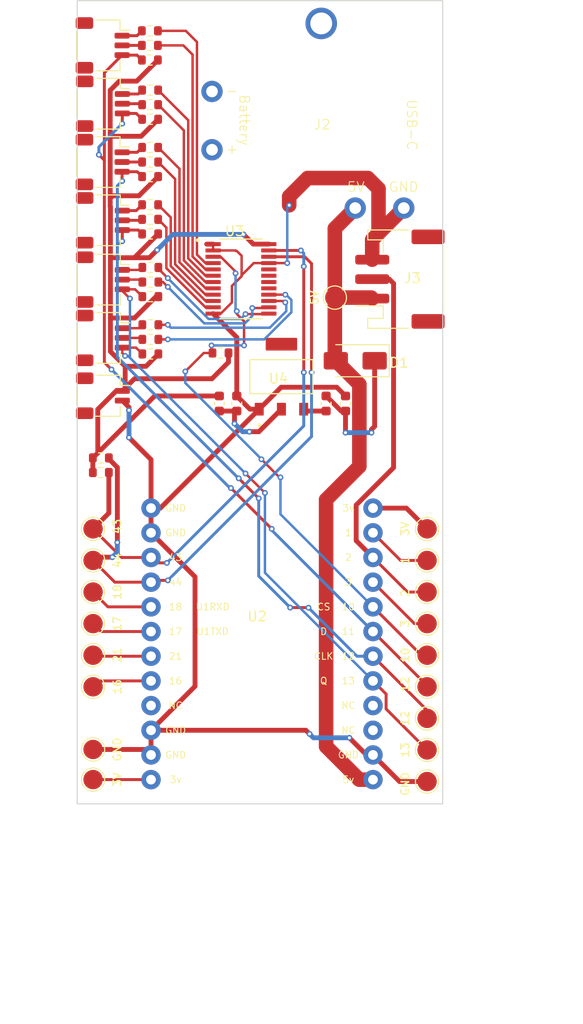
<source format=kicad_pcb>
(kicad_pcb (version 20240108) (generator "pcbnew") (generator_version "8.0")
  (layers (0 "F.Cu" signal) (31 "B.Cu" signal) (34 "B.Paste" user) (35 "F.Paste" user) (36 "B.SilkS" user "B.Silkscreen") (37 "F.SilkS" user "F.Silkscreen") (38 "B.Mask" user) (39 "F.Mask" user) (44 "Edge.Cuts" user))
  (net 0 "")
  (net 1 "Net-(U4-VIN)")
  (net 2 "Net-(D1-K)")
  (net 3 "Net-(U4-VOUT)")
  (net 4 "/+3.3V")
  (net 5 "/GND")
  (net 6 "/+5V")
  (net 7 "Net-(J4-Pin_1)")
  (net 8 "Net-(J4-Pin_2)")
  (net 9 "Net-(J4-Pin_3)")
  (net 10 "Net-(J5-Pin_1)")
  (net 11 "Net-(J5-Pin_2)")
  (net 12 "Net-(J6-Pin_2)")
  (net 13 "Net-(J6-Pin_3)")
  (net 14 "Net-(J6-Pin_1)")
  (net 15 "Net-(J7-Pin_1)")
  (net 16 "Net-(J7-Pin_2)")
  (net 17 "Net-(J8-Pin_3)")
  (net 18 "Net-(J8-Pin_1)")
  (net 19 "Net-(J8-Pin_2)")
  (net 20 "Net-(J9-Pin_2)")
  (net 21 "Net-(J9-Pin_1)")
  (net 22 "/SDA")
  (net 23 "/SCL")
  (net 24 "Net-(U2-10)")
  (net 25 "Net-(U3-SD0)")
  (net 26 "Net-(U3-SC0)")
  (net 27 "Net-(U3-SD1)")
  (net 28 "Net-(U3-SC1)")
  (net 29 "Net-(U3-SD2)")
  (net 30 "Net-(U3-SC2)")
  (net 31 "Net-(U3-SD3)")
  (net 32 "Net-(U3-SC3)")
  (net 33 "Net-(U3-SD4)")
  (net 34 "Net-(U3-SC4)")
  (net 35 "Net-(U3-SD5)")
  (net 36 "Net-(U3-SC5)")
  (net 37 "Net-(U2-1)")
  (net 38 "Net-(U2-3)")
  (net 39 "Net-(U2-18)")
  (net 40 "Net-(U2-17)")
  (net 41 "Net-(U2-21)")
  (net 42 "Net-(U2-16)")
  (net 50 "Net-(3V1-Pad1)")
  (net 51 "Net-(3V2-Pad1)")
  (net 52 "Net-(J3-Pin_2)")
  (footprint "Connector_JST:JST_SH_SM02B-SRSS-TB_1x02-1MP_P1.00mm_Horizontal" (layer "F.Cu") (at 138.3125 100.2 -90)
    (property "Reference" "J10" (hide yes))
    (property "Value" "Conn_01x02")
  )
  (footprint "TestPoint:TestPoint_Pad_D2.0mm" (layer "F.Cu") (at 137.3 117.15)
    (property "Reference" "44")
    (property "Value" "TestPoint")
  )
  (footprint "Resistor_SMD:R_0603_1608Metric" (layer "F.Cu") (at 143.175 82.05)
    (property "Reference" "R17" (hide yes))
    (property "Value" "100Ω")
  )
  (footprint "Resistor_SMD:R_0603_1608Metric" (layer "F.Cu") (at 143.15 64.15)
    (property "Reference" "R11" (hide yes))
    (property "Value" "100Ω")
  )
  (footprint "Resistor_SMD:R_0603_1608Metric" (layer "F.Cu") (at 143.175 76.15)
    (property "Reference" "R15" (hide yes))
    (property "Value" "100Ω")
  )
  (footprint "Capacitor_SMD:C_0603_1608Metric" (layer "F.Cu") (at 150.3 101 90)
    (property "Reference" "C2" (hide yes))
    (property "Value" "22µF")
  )
  (footprint "Connector_JST:JST_SH_SM03B-SRSS-TB_1x03-1MP_P1.00mm_Horizontal" (layer "F.Cu") (at 138.2875 64.15 -90)
    (property "Reference" "J4" (hide yes))
    (property "Value" "Conn_01x03")
  )
  (footprint "Resistor_SMD:R_0603_1608Metric" (layer "F.Cu") (at 138.1 106.6 180)
    (property "Reference" "R2" (hide yes))
    (property "Value" "4.7kΩ")
  )
  (footprint "TestPoint:TestPoint_Pad_D2.0mm" (layer "F.Cu") (at 137.3 139.7)
    (property "Reference" "3V")
    (property "Value" "TestPoint")
  )
  (footprint "Resistor_SMD:R_0603_1608Metric" (layer "F.Cu") (at 143.2 88.5)
    (property "Reference" "R19" (hide yes))
    (property "Value" "100Ω")
  )
  (footprint "Resistor_SMD:R_0603_1608Metric" (layer "F.Cu") (at 143.15 65.65 180)
    (property "Reference" "R3" (hide yes))
    (property "Value" "10kΩ")
  )
  (footprint "Resistor_SMD:R_0603_1608Metric" (layer "F.Cu") (at 143.175 68.75)
    (property "Reference" "R12" (hide yes))
    (property "Value" "100Ω")
  )
  (footprint "TestPoint:TestPoint_Pad_D2.0mm" (layer "F.Cu") (at 171.7 120.4)
    (property "Reference" "2")
    (property "Value" "TestPoint")
  )
  (footprint "TestPoint:TestPoint_Pad_D2.0mm" (layer "F.Cu") (at 137.3 123.65)
    (property "Reference" "17")
    (property "Value" "TestPoint")
  )
  (footprint "Resistor_SMD:R_0603_1608Metric" (layer "F.Cu") (at 143.175 80.55)
    (property "Reference" "R16" (hide yes))
    (property "Value" "100Ω")
  )
  (footprint "Capacitor_SMD:C_0603_1608Metric" (layer "F.Cu") (at 161.3 101 -90)
    (property "Reference" "C1" (hide yes))
    (property "Value" "10µF")
  )
  (footprint "TestPoint:TestPoint_Pad_D2.0mm" (layer "F.Cu") (at 171.7 133.4)
    (property "Reference" "12")
    (property "Value" "TestPoint")
  )
  (footprint "Resistor_SMD:R_0603_1608Metric" (layer "F.Cu") (at 143.175 83.55 180)
    (property "Reference" "R7" (hide yes))
    (property "Value" "10kΩ")
  )
  (footprint "Library:T-Display-S3" (layer "F.Cu") (at 166.130932 144.785)
    (property "Reference" "U2")
    (property "Value" "T-Display-S3")
  )
  (footprint "Connector_JST:JST_SH_SM03B-SRSS-TB_1x03-1MP_P1.00mm_Horizontal" (layer "F.Cu") (at 138.2875 76.15 -90)
    (property "Reference" "J6" (hide yes))
    (property "Value" "Conn_01x03")
  )
  (footprint "Resistor_SMD:R_0603_1608Metric" (layer "F.Cu") (at 143.2 94.4)
    (property "Reference" "R21" (hide yes))
    (property "Value" "100Ω")
  )
  (footprint "Resistor_SMD:R_0603_1608Metric" (layer "F.Cu") (at 143.175 71.75 180)
    (property "Reference" "R4" (hide yes))
    (property "Value" "10kΩ")
  )
  (footprint "Resistor_SMD:R_0603_1608Metric" (layer "F.Cu") (at 143.175 77.65 180)
    (property "Reference" "R5" (hide yes))
    (property "Value" "10kΩ")
  )
  (footprint "Resistor_SMD:R_0603_1608Metric" (layer "F.Cu") (at 138.1 108.1 180)
    (property "Reference" "R1" (hide yes))
    (property "Value" "4.7kΩ")
  )
  (footprint "TestPoint:TestPoint_Pad_D2.0mm" (layer "F.Cu") (at 137.3 136.6)
    (property "Reference" "GND")
    (property "Value" "TestPoint")
  )
  (footprint "TestPoint:TestPoint_Pad_D2.0mm" (layer "F.Cu") (at 171.7 117.15)
    (property "Reference" "1")
    (property "Value" "TestPoint")
  )
  (footprint "Diode_SMD:D_SMA" (layer "F.Cu") (at 164.3 96.6 180)
    (property "Reference" "D1")
    (property "Value" "D_Schottky")
  )
  (footprint "TestPoint:TestPoint_Pad_D2.0mm" (layer "F.Cu") (at 162.2 90.1)
    (property "Reference" "5V")
    (property "Value" "TestPoint")
  )
  (footprint "Connector_JST:JST_SH_SM03B-SRSS-TB_1x03-1MP_P1.00mm_Horizontal" (layer "F.Cu") (at 138.3125 70.15 -90)
    (property "Reference" "J5" (hide yes))
    (property "Value" "Conn_01x03")
  )
  (footprint "TestPoint:TestPoint_Pad_D2.0mm" (layer "F.Cu") (at 171.7 113.9)
    (property "Reference" "3V")
    (property "Value" "TestPoint")
  )
  (footprint "TestPoint:TestPoint_Pad_D2.0mm" (layer "F.Cu") (at 171.7 136.65)
    (property "Reference" "13")
    (property "Value" "TestPoint")
  )
  (footprint "Resistor_SMD:R_0603_1608Metric" (layer "F.Cu") (at 143.175 74.65)
    (property "Reference" "R14" (hide yes))
    (property "Value" "100Ω")
  )
  (footprint "Resistor_SMD:R_0603_1608Metric" (layer "F.Cu") (at 143.2 87)
    (property "Reference" "R18" (hide yes))
    (property "Value" "100Ω")
  )
  (footprint "TestPoint:TestPoint_Pad_D2.0mm" (layer "F.Cu") (at 171.7 123.65)
    (property "Reference" "3")
    (property "Value" "TestPoint")
  )
  (footprint "TestPoint:TestPoint_Pad_D2.0mm" (layer "F.Cu") (at 137.3 130.15)
    (property "Reference" "16")
    (property "Value" "TestPoint")
  )
  (footprint "Resistor_SMD:R_0603_1608Metric" (layer "F.Cu") (at 143.175 70.25)
    (property "Reference" "R13" (hide yes))
    (property "Value" "100Ω")
  )
  (footprint "TestPoint:TestPoint_Pad_D2.0mm" (layer "F.Cu") (at 137.3 126.9)
    (property "Reference" "21")
    (property "Value" "TestPoint")
  )
  (footprint "TestPoint:TestPoint_Pad_D2.0mm" (layer "F.Cu") (at 171.7 126.9)
    (property "Reference" "10")
    (property "Value" "TestPoint")
  )
  (footprint "AMS1117-3.3:SOT229P700X180-4N" (layer "F.Cu") (at 156.7 98.2375 90)
    (property "Reference" "U4")
    (property "Value" "AMS1117-3.3")
  )
  (footprint "Resistor_SMD:R_0603_1608Metric" (layer "F.Cu") (at 150.425 95.8)
    (property "Reference" "R6" (hide yes))
    (property "Value" "10kΩ")
  )
  (footprint "Library:USBC_Power_Module" (layer "F.Cu") (at 173.3 81.8875 180)
    (property "Reference" "J2")
    (property "Value" "~")
  )
  (footprint "Connector_JST:JST_SH_SM03B-SRSS-TB_1x03-1MP_P1.00mm_Horizontal" (layer "F.Cu") (at 138.3125 88.25 -90)
    (property "Reference" "J8" (hide yes))
    (property "Value" "Conn_01x03")
  )
  (footprint "TestPoint:TestPoint_Pad_D2.0mm" (layer "F.Cu") (at 171.7 139.9)
    (property "Reference" "GND")
    (property "Value" "TestPoint")
  )
  (footprint "Connector_JST:JST_SH_SM03B-SRSS-TB_1x03-1MP_P1.00mm_Horizontal" (layer "F.Cu") (at 138.3125 94.25 -90)
    (property "Reference" "J9" (hide yes))
    (property "Value" "Conn_01x03")
  )
  (footprint "TCA9548:SOP65P640X120-24N" (layer "F.Cu") (at 152.5325 88.175)
    (property "Reference" "U3")
    (property "Value" "TCA9548APWR")
  )
  (footprint "TestPoint:TestPoint_Pad_D2.0mm" (layer "F.Cu") (at 171.7 130.15)
    (property "Reference" "12")
    (property "Value" "TestPoint")
  )
  (footprint "TestPoint:TestPoint_Pad_D2.0mm" (layer "F.Cu") (at 137.3 113.9)
    (property "Reference" "43")
    (property "Value" "TestPoint")
  )
  (footprint "Resistor_SMD:R_0603_1608Metric" (layer "F.Cu") (at 143.2 92.9)
    (property "Reference" "R20" (hide yes))
    (property "Value" "100Ω")
  )
  (footprint "Resistor_SMD:R_0603_1608Metric" (layer "F.Cu") (at 143.15 62.65)
    (property "Reference" "R10" (hide yes))
    (property "Value" "100Ω")
  )
  (footprint "Capacitor_SMD:C_0603_1608Metric" (layer "F.Cu") (at 163.3 101 90)
    (property "Reference" "C3" (hide yes))
    (property "Value" "0.1µF")
  )
  (footprint "Resistor_SMD:R_0603_1608Metric" (layer "F.Cu") (at 143.2 90 180)
    (property "Reference" "R8" (hide yes))
    (property "Value" "10kΩ")
  )
  (footprint "Connector_JST:JST_PH_S3B-PH-SM4-TB_1x03-1MP_P2.00mm_Horizontal" (layer "F.Cu") (at 168.9 88.2 90)
    (property "Reference" "J3")
    (property "Value" "LED_Strip")
  )
  (footprint "Connector_JST:JST_SH_SM03B-SRSS-TB_1x03-1MP_P1.00mm_Horizontal" (layer "F.Cu") (at 138.3125 82.15 -90)
    (property "Reference" "J7" (hide yes))
    (property "Value" "Conn_01x03")
  )
  (footprint "TestPoint:TestPoint_Pad_D2.0mm" (layer "F.Cu") (at 137.3 120.4)
    (property "Reference" "18")
    (property "Value" "TestPoint")
  )
  (footprint "Capacitor_SMD:C_0603_1608Metric" (layer "F.Cu") (at 152.1 101 90)
    (property "Reference" "C4" (hide yes))
    (property "Value" "0.1µF")
  )
  (footprint "Resistor_SMD:R_0603_1608Metric" (layer "F.Cu") (at 143.2 95.9 180)
    (property "Reference" "R9" (hide yes))
    (property "Value" "10kΩ")
  )
  (gr_rect (start 135.6625 59.55) (end 173.3125 142.2) (stroke (width 0.1)) (fill none) (layer "Edge.Cuts"))
  (segment (start 161.3 101.775) (end 159.1825 101.775) (width 0.5) (layer "F.Cu") (net 1))
  (segment (start 159.1825 101.775) (end 158.99 101.5825) (width 0.5) (layer "F.Cu") (net 1))
  (segment (start 163.3 101.775) (end 162.85 101.775) (width 0.5) (layer "F.Cu") (net 2))
  (segment (start 165.975 104) (end 165.975 103.675) (width 0.5) (layer "F.Cu") (net 2))
  (segment (start 163.3 101.775) (end 163.3 104) (width 0.5) (layer "F.Cu") (net 2))
  (segment (start 165.975 103.675) (end 166.3 103.35) (width 0.5) (layer "F.Cu") (net 2))
  (segment (start 166.3 103.35) (end 166.3 96.6) (width 0.5) (layer "F.Cu") (net 2))
  (segment (start 162.85 101.775) (end 161.3 100.225) (width 0.5) (layer "F.Cu") (net 2))
  (via (at 163.3 104) (size 0.6) (drill 0.3) (layers "F.Cu" "B.Cu") (net 2))
  (via (at 165.975 104) (size 0.6) (drill 0.3) (layers "F.Cu" "B.Cu") (net 2))
  (segment (start 163.3 104) (end 165.975 104) (width 0.5) (layer "B.Cu") (net 2))
  (segment (start 154.3825 103.9) (end 153.4 103.9) (width 0.5) (layer "F.Cu") (net 3))
  (segment (start 151.865919 103.065919) (end 151.865919 102.009081) (width 0.5) (layer "F.Cu") (net 3))
  (segment (start 156.7 101.5825) (end 154.3825 103.9) (width 0.5) (layer "F.Cu") (net 3))
  (segment (start 151.865919 102.009081) (end 152.1 101.775) (width 0.5) (layer "F.Cu") (net 3))
  (segment (start 150.3 101.775) (end 152.1 101.775) (width 0.5) (layer "F.Cu") (net 3))
  (via (at 151.865919 103.065919) (size 0.6) (drill 0.3) (layers "F.Cu" "B.Cu") (net 3))
  (via (at 153.4 103.9) (size 0.6) (drill 0.3) (layers "F.Cu" "B.Cu") (net 3))
  (segment (start 153.4 103.9) (end 152.7 103.9) (width 0.5) (layer "B.Cu") (net 3))
  (segment (start 152.7 103.9) (end 151.865919 103.065919) (width 0.5) (layer "B.Cu") (net 3))
  (segment (start 139.0625 73.5) (end 142.25 73.5) (width 0.5) (layer "F.Cu") (net 4))
  (segment (start 141.8 67.825) (end 143.975 65.65) (width 0.5) (layer "F.Cu") (net 4))
  (segment (start 140.3125 99.7) (end 140.60625 99.40625) (width 0.5) (layer "F.Cu") (net 4))
  (segment (start 139.0875 86.847316) (end 139.0875 86) (width 0.5) (layer "F.Cu") (net 4))
  (segment (start 137.7875 101.597316) (end 137.7875 106.0875) (width 0.5) (layer "F.Cu") (net 4))
  (segment (start 139.0875 86) (end 141.55 86) (width 0.5) (layer "F.Cu") (net 4))
  (segment (start 143.77478 90) (end 144.025 90) (width 0.5) (layer "F.Cu") (net 4))
  (segment (start 139.0875 89.652684) (end 139.0875 86.847316) (width 0.5) (layer "F.Cu") (net 4))
  (segment (start 141.55 86) (end 143.1 86) (width 0.5) (layer "F.Cu") (net 4))
  (segment (start 143.65 100.225) (end 150.3 100.225) (width 0.5) (layer "F.Cu") (net 4))
  (segment (start 139.0875 86) (end 139.0875 80.747316) (width 0.5) (layer "F.Cu") (net 4))
  (segment (start 139.0875 92.2) (end 139.0875 91.8) (width 0.5) (layer "F.Cu") (net 4))
  (segment (start 142.025 79.625) (end 144 77.65) (width 0.5) (layer "F.Cu") (net 4))
  (segment (start 137.275 106.6) (end 137.275 108.1) (width 0.5) (layer "F.Cu") (net 4))
  (segment (start 151.25 96.75) (end 151.25 95.8) (width 0.5) (layer "F.Cu") (net 4))
  (segment (start 137.7875 106.0875) (end 143.65 100.225) (width 0.5) (layer "F.Cu") (net 4))
  (segment (start 139.0625 68.772316) (end 140.009816 67.825) (width 0.5) (layer "F.Cu") (net 4))
  (segment (start 139.0625 73.5) (end 139.0625 68.772316) (width 0.5) (layer "F.Cu") (net 4))
  (segment (start 141.5625 98.45) (end 149.55 98.45) (width 0.5) (layer "F.Cu") (net 4))
  (segment (start 152.8 83.6) (end 153.795 84.595) (width 0.5) (layer "F.Cu") (net 4))
  (segment (start 143.1 86) (end 143.9 85.2) (width 0.5) (layer "F.Cu") (net 4))
  (segment (start 139.0625 79.9) (end 139.0625 74.747316) (width 0.5) (layer "F.Cu") (net 4))
  (segment (start 139.0625 79.9) (end 139.3375 79.625) (width 0.5) (layer "F.Cu") (net 4))
  (segment (start 140.3125 99.7) (end 139.684816 99.7) (width 0.5) (layer "F.Cu") (net 4))
  (segment (start 137.7875 106.0875) (end 137.275 106.6) (width 0.5) (layer "F.Cu") (net 4))
  (segment (start 139.0875 95.652684) (end 139.0875 92.2) (width 0.5) (layer "F.Cu") (net 4))
  (segment (start 139.3375 79.625) (end 142.025 79.625) (width 0.5) (layer "F.Cu") (net 4))
  (segment (start 142.25 73.5) (end 144 71.75) (width 0.5) (layer "F.Cu") (net 4))
  (segment (start 149.55 98.45) (end 151.25 96.75) (width 0.5) (layer "F.Cu") (net 4))
  (segment (start 140.60625 97.171434) (end 142.753566 97.171434) (width 0.5) (layer "F.Cu") (net 4))
  (segment (start 140.60625 99.40625) (end 140.60625 97.171434) (width 0.5) (layer "F.Cu") (net 4))
  (segment (start 140.60625 99.40625) (end 141.5625 98.45) (width 0.5) (layer "F.Cu") (net 4))
  (segment (start 141.57478 92.2) (end 143.77478 90) (width 0.5) (layer "F.Cu") (net 4))
  (segment (start 142.753566 97.171434) (end 144.025 95.9) (width 0.5) (layer "F.Cu") (net 4))
  (segment (start 140.009816 67.825) (end 141.8 67.825) (width 0.5) (layer "F.Cu") (net 4))
  (segment (start 139.0875 91.8) (end 139.0875 89.652684) (width 0.5) (layer "F.Cu") (net 4))
  (segment (start 139.0875 80.747316) (end 139.0625 80.722316) (width 0.5) (layer "F.Cu") (net 4))
  (segment (start 139.684816 99.7) (end 137.7875 101.597316) (width 0.5) (layer "F.Cu") (net 4))
  (segment (start 153.795 84.595) (end 155.4025 84.595) (width 0.5) (layer "F.Cu") (net 4))
  (segment (start 139.0625 80.722316) (end 139.0625 79.9) (width 0.5) (layer "F.Cu") (net 4))
  (segment (start 141.55 86) (end 144 83.55) (width 0.5) (layer "F.Cu") (net 4))
  (segment (start 139.0875 92.2) (end 141.57478 92.2) (width 0.5) (layer "F.Cu") (net 4))
  (segment (start 139.0625 74.747316) (end 139.0625 73.5) (width 0.5) (layer "F.Cu") (net 4))
  (segment (start 140.60625 97.171434) (end 139.0875 95.652684) (width 0.5) (layer "F.Cu") (net 4))
  (via (at 152.8 83.6) (size 0.6) (drill 0.3) (layers "F.Cu" "B.Cu") (net 4))
  (via (at 143.9 85.2) (size 0.6) (drill 0.3) (layers "F.Cu" "B.Cu") (net 4))
  (segment (start 145.5 83.6) (end 152.8 83.6) (width 0.5) (layer "B.Cu") (net 4))
  (segment (start 143.9 85.2) (end 145.5 83.6) (width 0.5) (layer "B.Cu") (net 4))
  (segment (start 147.8 130.094068) (end 147.8 118.835932) (width 0.5) (layer "F.Cu") (net 5))
  (segment (start 150.447499 91.75) (end 151.6 90.597499) (width 0.25) (layer "F.Cu") (net 5))
  (segment (start 154.41 101.5825) (end 153.4575 101.5825) (width 0.5) (layer "F.Cu") (net 5))
  (segment (start 155.4025 86.55) (end 157.3 86.55) (width 0.25) (layer "F.Cu") (net 5))
  (segment (start 152.1 94.1925) (end 149.6625 91.755) (width 0.5) (layer "F.Cu") (net 5))
  (segment (start 166.05 84.1375) (end 166.7 83.4875) (width 1.5) (layer "F.Cu") (net 5))
  (segment (start 166.7 83.4875) (end 166.7 78.9) (width 1.5) (layer "F.Cu") (net 5))
  (segment (start 149 84.6) (end 149.6625 84.6) (width 0.5) (layer "F.Cu") (net 5))
  (segment (start 151.6 88.9) (end 152.6 87.9) (width 0.25) (layer "F.Cu") (net 5))
  (segment (start 171.7 139.9) (end 168.865932 139.9) (width 0.5) (layer "F.Cu") (net 5))
  (segment (start 141 101.7) (end 141 101.3875) (width 0.5) (layer "F.Cu") (net 5))
  (segment (start 153.4575 101.5825) (end 152.1 100.225) (width 0.5) (layer "F.Cu") (net 5))
  (segment (start 147.8 118.835932) (end 143.269068 114.305) (width 0.5) (layer "F.Cu") (net 5))
  (segment (start 143.269068 137.165) (end 143.269068 134.625) (width 0.5) (layer "F.Cu") (net 5))
  (segment (start 152.1 100.225) (end 152.1 94.2) (width 0.5) (layer "F.Cu") (net 5))
  (segment (start 152.1 85.3) (end 152 85.3) (width 0.25) (layer "F.Cu") (net 5))
  (segment (start 144.2275 111.765) (end 154.41 101.5825) (width 0.5) (layer "F.Cu") (net 5))
  (segment (start 153.85 86.55) (end 155.4025 86.55) (width 0.25) (layer "F.Cu") (net 5))
  (segment (start 151.6 90.597499) (end 151.6 88.9) (width 0.25) (layer "F.Cu") (net 5))
  (segment (start 149.6625 85.25) (end 149.6625 84.6) (width 0.25) (layer "F.Cu") (net 5))
  (segment (start 165.6 77.8) (end 159.4 77.8) (width 1.5) (layer "F.Cu") (net 5))
  (segment (start 159.4 77.8) (end 157.5 79.7) (width 1.5) (layer "F.Cu") (net 5))
  (segment (start 165.465 137.165) (end 163.7 135.4) (width 0.5) (layer "F.Cu") (net 5))
  (segment (start 149.6625 91.75) (end 150.447499 91.75) (width 0.25) (layer "F.Cu") (net 5))
  (segment (start 168.865932 139.9) (end 166.130932 137.165) (width 0.5) (layer "F.Cu") (net 5))
  (segment (start 152 85.3) (end 151.95 85.25) (width 0.25) (layer "F.Cu") (net 5))
  (segment (start 141 101.3875) (end 140.3125 100.7) (width 0.5) (layer "F.Cu") (net 5))
  (segment (start 163.3 100.225) (end 162.4 99.325) (width 0.5) (layer "F.Cu") (net 5))
  (segment (start 143.269068 114.305) (end 143.269068 111.765) (width 0.5) (layer "F.Cu") (net 5))
  (segment (start 152.6 87.8) (end 152.6 85.8) (width 0.25) (layer "F.Cu") (net 5))
  (segment (start 143.269068 106.769068) (end 141 104.5) (width 0.5) (layer "F.Cu") (net 5))
  (segment (start 159.225 134.625) (end 143.269068 134.625) (width 0.5) (layer "F.Cu") (net 5))
  (segment (start 166.130932 137.165) (end 165.465 137.165) (width 0.5) (layer "F.Cu") (net 5))
  (segment (start 143.269068 134.625) (end 147.8 130.094068) (width 0.5) (layer "F.Cu") (net 5))
  (segment (start 137.3 136.6) (end 142.704068 136.6) (width 0.5) (layer "F.Cu") (net 5))
  (segment (start 166.7 78.9) (end 165.6 77.8) (width 1.5) (layer "F.Cu") (net 5))
  (segment (start 152.1 94.2) (end 152.1 94.1925) (width 0.5) (layer "F.Cu") (net 5))
  (segment (start 157.5 79.7) (end 157.5 80.6) (width 1.5) (layer "F.Cu") (net 5))
  (segment (start 142.704068 136.6) (end 143.269068 137.165) (width 0.5) (layer "F.Cu") (net 5))
  (segment (start 143.269068 111.765) (end 143.269068 106.769068) (width 0.5) (layer "F.Cu") (net 5))
  (segment (start 152.6 85.8) (end 152.1 85.3) (width 0.25) (layer "F.Cu") (net 5))
  (segment (start 169.3 80.8875) (end 166.05 84.1375) (width 1.5) (layer "F.Cu") (net 5))
  (segment (start 152.6 87.8) (end 153.85 86.55) (width 0.25) (layer "F.Cu") (net 5))
  (segment (start 151.95 85.25) (end 149.6625 85.25) (width 0.25) (layer "F.Cu") (net 5))
  (segment (start 156.6675 99.325) (end 154.41 101.5825) (width 0.5) (layer "F.Cu") (net 5))
  (segment (start 159.6 135) (end 159.225 134.625) (width 0.5) (layer "F.Cu") (net 5))
  (segment (start 143.269068 111.765) (end 144.2275 111.765) (width 0.5) (layer "F.Cu") (net 5))
  (segment (start 152.6 87.9) (end 152.6 87.8) (width 0.25) (layer "F.Cu") (net 5))
  (segment (start 162.4 99.325) (end 156.6675 99.325) (width 0.5) (layer "F.Cu") (net 5))
  (segment (start 166.05 84.1375) (end 166.05 86.2) (width 1.5) (layer "F.Cu") (net 5))
  (via (at 157.3 86.55) (size 0.6) (drill 0.3) (layers "F.Cu" "B.Cu") (net 5))
  (via (at 163.7 135.4) (size 0.6) (drill 0.3) (layers "F.Cu" "B.Cu") (net 5))
  (via (at 157.5 80.6) (size 0.6) (drill 0.3) (layers "F.Cu" "B.Cu") (net 5))
  (via (at 141 101.7) (size 0.6) (drill 0.3) (layers "F.Cu" "B.Cu") (net 5))
  (via (at 141 104.5) (size 0.6) (drill 0.3) (layers "F.Cu" "B.Cu") (net 5))
  (via (at 159.6 135) (size 0.6) (drill 0.3) (layers "F.Cu" "B.Cu") (net 5))
  (segment (start 163.7 135.4) (end 160 135.4) (width 0.5) (layer "B.Cu") (net 5))
  (segment (start 157.3 80.8) (end 157.5 80.6) (width 0.25) (layer "B.Cu") (net 5))
  (segment (start 160 135.4) (end 159.6 135) (width 0.5) (layer "B.Cu") (net 5))
  (segment (start 157.3 86.55) (end 157.3 80.8) (width 0.25) (layer "B.Cu") (net 5))
  (segment (start 141 104.5) (end 141 101.7) (width 0.5) (layer "B.Cu") (net 5))
  (segment (start 164.725 107.475) (end 161.3 110.9) (width 1.5) (layer "F.Cu") (net 6))
  (segment (start 164.3 80.8875) (end 162.2 82.9875) (width 1.5) (layer "F.Cu") (net 6))
  (segment (start 162.2 82.9875) (end 162.2 90.1) (width 1.5) (layer "F.Cu") (net 6))
  (segment (start 164.725 99.025) (end 164.725 107.475) (width 1.5) (layer "F.Cu") (net 6))
  (segment (start 165.95 90.1) (end 166.05 90.2) (width 1.5) (layer "F.Cu") (net 6))
  (segment (start 162.2 90.1) (end 162.2 96.5) (width 1.5) (layer "F.Cu") (net 6))
  (segment (start 162.3 96.6) (end 164.725 99.025) (width 1.5) (layer "F.Cu") (net 6))
  (segment (start 161.3 110.9) (end 161.3 136.288281) (width 1.5) (layer "F.Cu") (net 6))
  (segment (start 161.3 136.288281) (end 164.716719 139.705) (width 1.5) (layer "F.Cu") (net 6))
  (segment (start 162.2 96.5) (end 162.3 96.6) (width 1.5) (layer "F.Cu") (net 6))
  (segment (start 162.2 90.1) (end 165.95 90.1) (width 1.5) (layer "F.Cu") (net 6))
  (segment (start 164.716719 139.705) (end 166.130932 139.705) (width 1.5) (layer "F.Cu") (net 6))
  (segment (start 140.2875 63.15) (end 141.825 63.15) (width 0.3) (layer "F.Cu") (net 7))
  (segment (start 141.825 63.15) (end 142.325 62.65) (width 0.3) (layer "F.Cu") (net 7))
  (segment (start 142.275 64.1) (end 142.325 64.15) (width 0.25) (layer "F.Cu") (net 8))
  (segment (start 140.2875 64.15) (end 142.325 64.15) (width 0.3) (layer "F.Cu") (net 8))
  (segment (start 138.4625 76) (end 138.4625 96.7625) (width 0.3) (layer "F.Cu") (net 9))
  (segment (start 138.4625 96.7625) (end 139.2 97.5) (width 0.3) (layer "F.Cu") (net 9))
  (segment (start 141.75 71.15) (end 142.35 71.75) (width 0.3) (layer "F.Cu") (net 9))
  (segment (start 140.3125 71.15) (end 141.75 71.15) (width 0.3) (layer "F.Cu") (net 9))
  (segment (start 140.2875 65.15) (end 141.825 65.15) (width 0.3) (layer "F.Cu") (net 9))
  (segment (start 138.4625 66.975) (end 138.4625 76) (width 0.3) (layer "F.Cu") (net 9))
  (segment (start 140.2875 65.15) (end 138.4625 66.975) (width 0.3) (layer "F.Cu") (net 9))
  (segment (start 137.9 75.4) (end 138.4625 75.9625) (width 0.3) (layer "F.Cu") (net 9))
  (segment (start 140.3125 71.15) (end 140.3125 72.1875) (width 0.3) (layer "F.Cu") (net 9))
  (segment (start 138.4625 75.9625) (end 138.4625 76) (width 0.3) (layer "F.Cu") (net 9))
  (segment (start 140.3125 72.1875) (end 140.3 72.2) (width 0.3) (layer "F.Cu") (net 9))
  (segment (start 171.7 130.034068) (end 171.7 130.15) (width 0.3) (layer "F.Cu") (net 9))
  (segment (start 166.130932 124.465) (end 171.7 130.034068) (width 0.3) (layer "F.Cu") (net 9))
  (segment (start 151.5 109.7) (end 155.7 113.9) (width 0.3) (layer "F.Cu") (net 9))
  (segment (start 141.825 65.15) (end 142.325 65.65) (width 0.3) (layer "F.Cu") (net 9))
  (via (at 140.3 72.2) (size 0.6) (drill 0.3) (layers "F.Cu" "B.Cu") (net 9))
  (via (at 137.9 75.4) (size 0.6) (drill 0.3) (layers "F.Cu" "B.Cu") (net 9))
  (via (at 155.7 113.9) (size 0.6) (drill 0.3) (layers "F.Cu" "B.Cu") (net 9))
  (via (at 139.2 97.5) (size 0.6) (drill 0.3) (layers "F.Cu" "B.Cu") (net 9))
  (via (at 151.5 109.7) (size 0.6) (drill 0.3) (layers "F.Cu" "B.Cu") (net 9))
  (segment (start 155.7 114.034068) (end 166.130932 124.465) (width 0.3) (layer "B.Cu") (net 9))
  (segment (start 151.4 109.7) (end 151.5 109.7) (width 0.3) (layer "B.Cu") (net 9))
  (segment (start 137.9 74.6) (end 137.9 75.4) (width 0.3) (layer "B.Cu") (net 9))
  (segment (start 140.3 72.2) (end 137.9 74.6) (width 0.3) (layer "B.Cu") (net 9))
  (segment (start 139.2 97.5) (end 151.4 109.7) (width 0.3) (layer "B.Cu") (net 9))
  (segment (start 155.7 113.9) (end 155.7 114.034068) (width 0.3) (layer "B.Cu") (net 9))
  (segment (start 140.3125 69.15) (end 141.95 69.15) (width 0.3) (layer "F.Cu") (net 10))
  (segment (start 141.95 69.15) (end 142.35 68.75) (width 0.3) (layer "F.Cu") (net 10))
  (segment (start 142.25 70.15) (end 142.35 70.25) (width 0.3) (layer "F.Cu") (net 11))
  (segment (start 142.2 70.1) (end 142.35 70.25) (width 0.25) (layer "F.Cu") (net 11))
  (segment (start 140.3125 70.15) (end 142.25 70.15) (width 0.3) (layer "F.Cu") (net 11))
  (segment (start 140.2875 76.15) (end 142.35 76.15) (width 0.3) (layer "F.Cu") (net 12))
  (segment (start 142.3 76.1) (end 142.35 76.15) (width 0.25) (layer "F.Cu") (net 12))
  (segment (start 159.469816 122) (end 159.484908 122.015092) (width 0.3) (layer "F.Cu") (net 13))
  (segment (start 140.2875 77.15) (end 140.2875 78.0875) (width 0.3) (layer "F.Cu") (net 13))
  (segment (start 140.3125 84.2875) (end 140.3 84.3) (width 0.3) (layer "F.Cu") (net 13))
  (segment (start 140.2875 77.15) (end 141.85 77.15) (width 0.3) (layer "F.Cu") (net 13))
  (segment (start 152.3 108.7) (end 154.35962 110.75962) (width 0.3) (layer "F.Cu") (net 13))
  (segment (start 171.7 132.574068) (end 171.7 133.4) (width 0.3) (layer "F.Cu") (net 13))
  (segment (start 140.3125 83.15) (end 141.95 83.15) (width 0.3) (layer "F.Cu") (net 13))
  (segment (start 157.6 122) (end 159.469816 122) (width 0.3) (layer "F.Cu") (net 13))
  (segment (start 166.130932 127.005) (end 171.7 132.574068) (width 0.3) (layer "F.Cu") (net 13))
  (segment (start 141.95 83.15) (end 142.35 83.55) (width 0.3) (layer "F.Cu") (net 13))
  (segment (start 140.2875 78.0875) (end 140.3 78.1) (width 0.3) (layer "F.Cu") (net 13))
  (segment (start 140.3125 83.15) (end 140.3125 84.2875) (width 0.3) (layer "F.Cu") (net 13))
  (segment (start 141.85 77.15) (end 142.35 77.65) (width 0.3) (layer "F.Cu") (net 13))
  (via (at 140.3 78.1) (size 0.6) (drill 0.3) (layers "F.Cu" "B.Cu") (net 13))
  (via (at 140.3 84.3) (size 0.6) (drill 0.3) (layers "F.Cu" "B.Cu") (net 13))
  (via (at 154.35962 110.75962) (size 0.6) (drill 0.3) (layers "F.Cu" "B.Cu") (net 13))
  (via (at 152.3 108.7) (size 0.6) (drill 0.3) (layers "F.Cu" "B.Cu") (net 13))
  (via (at 157.6 122) (size 0.6) (drill 0.3) (layers "F.Cu" "B.Cu") (net 13))
  (via (at 159.484908 122.015092) (size 0.6) (drill 0.3) (layers "F.Cu" "B.Cu") (net 13))
  (segment (start 140.3 84.3) (end 139.8 84.8) (width 0.3) (layer "B.Cu") (net 13))
  (segment (start 139.8 84.8) (end 139.8 85.1) (width 0.3) (layer "B.Cu") (net 13))
  (segment (start 139.8 85.1) (end 139.8 96.219239) (width 0.3) (layer "B.Cu") (net 13))
  (segment (start 154.35962 110.75962) (end 154.35962 118.75962) (width 0.3) (layer "B.Cu") (net 13))
  (segment (start 140.3 78.1) (end 139.8 78.6) (width 0.3) (layer "B.Cu") (net 13))
  (segment (start 152.280761 108.7) (end 152.3 108.7) (width 0.3) (layer "B.Cu") (net 13))
  (segment (start 139.8 78.6) (end 139.8 84.5) (width 0.3) (layer "B.Cu") (net 13))
  (segment (start 154.35962 118.75962) (end 157.6 122) (width 0.3) (layer "B.Cu") (net 13))
  (segment (start 159.484908 122.015092) (end 164.474816 127.005) (width 0.3) (layer "B.Cu") (net 13))
  (segment (start 139.8 96.219239) (end 152.280761 108.7) (width 0.3) (layer "B.Cu") (net 13))
  (segment (start 164.474816 127.005) (end 166.130932 127.005) (width 0.3) (layer "B.Cu") (net 13))
  (segment (start 139.8 84.5) (end 139.8 85.1) (width 0.3) (layer "B.Cu") (net 13))
  (segment (start 141.85 75.15) (end 142.35 74.65) (width 0.3) (layer "F.Cu") (net 14))
  (segment (start 140.2875 75.15) (end 141.85 75.15) (width 0.3) (layer "F.Cu") (net 14))
  (segment (start 140.3125 81.15) (end 141.75 81.15) (width 0.3) (layer "F.Cu") (net 15))
  (segment (start 141.75 81.15) (end 142.35 80.55) (width 0.3) (layer "F.Cu") (net 15))
  (segment (start 142.3 82.1) (end 142.35 82.05) (width 0.25) (layer "F.Cu") (net 16))
  (segment (start 142.25 82.15) (end 142.35 82.05) (width 0.3) (layer "F.Cu") (net 16))
  (segment (start 140.3125 82.15) (end 142.25 82.15) (width 0.3) (layer "F.Cu") (net 16))
  (segment (start 167.480932 130.895) (end 167.480932 132.430932) (width 0.3) (layer "F.Cu") (net 17))
  (segment (start 141.625 89.25) (end 142.375 90) (width 0.25) (layer "F.Cu") (net 17))
  (segment (start 166.130932 129.545) (end 167.480932 130.895) (width 0.3) (layer "F.Cu") (net 17))
  (segment (start 167.480932 132.430932) (end 171.7 136.65) (width 0.3) (layer "F.Cu") (net 17))
  (segment (start 141.725 95.25) (end 142.375 95.9) (width 0.25) (layer "F.Cu") (net 17))
  (segment (start 140.3125 95.25) (end 141.725 95.25) (width 0.25) (layer "F.Cu") (net 17))
  (segment (start 140.3125 95.8125) (end 140.6 96.1) (width 0.25) (layer "F.Cu") (net 17))
  (segment (start 153 108.2) (end 155 110.2) (width 0.25) (layer "F.Cu") (net 17))
  (segment (start 140.3125 95.25) (end 140.3125 95.8125) (width 0.25) (layer "F.Cu") (net 17))
  (segment (start 140.3125 89.25) (end 140.3125 89.4125) (width 0.25) (layer "F.Cu") (net 17))
  (segment (start 140.3125 89.4125) (end 141.1 90.2) (width 0.25) (layer "F.Cu") (net 17))
  (segment (start 140.3125 89.25) (end 141.625 89.25) (width 0.25) (layer "F.Cu") (net 17))
  (via (at 140.6 96.1) (size 0.6) (drill 0.3) (layers "F.Cu" "B.Cu") (net 17))
  (via (at 153 108.2) (size 0.6) (drill 0.3) (layers "F.Cu" "B.Cu") (net 17))
  (via (at 141.1 90.2) (size 0.6) (drill 0.3) (layers "F.Cu" "B.Cu") (net 17))
  (via (at 155 110.2) (size 0.6) (drill 0.3) (layers "F.Cu" "B.Cu") (net 17))
  (segment (start 140.9 96.1) (end 141.1 96.3) (width 0.25) (layer "B.Cu") (net 17))
  (segment (start 141.1 96.3) (end 153 108.2) (width 0.25) (layer "B.Cu") (net 17))
  (segment (start 155 118.414068) (end 166.130932 129.545) (width 0.25) (layer "B.Cu") (net 17))
  (segment (start 155 110.2) (end 155 118.414068) (width 0.25) (layer "B.Cu") (net 17))
  (segment (start 141.1 90.2) (end 141.1 96.3) (width 0.25) (layer "B.Cu") (net 17))
  (segment (start 140.6 96.1) (end 140.9 96.1) (width 0.25) (layer "B.Cu") (net 17))
  (segment (start 140.3125 87.25) (end 142.125 87.25) (width 0.25) (layer "F.Cu") (net 18))
  (segment (start 142.125 87.25) (end 142.375 87) (width 0.25) (layer "F.Cu") (net 18))
  (segment (start 142.125 88.25) (end 142.375 88.5) (width 0.25) (layer "F.Cu") (net 19))
  (segment (start 140.3125 88.25) (end 142.125 88.25) (width 0.25) (layer "F.Cu") (net 19))
  (segment (start 140.3125 94.25) (end 142.225 94.25) (width 0.25) (layer "F.Cu") (net 20))
  (segment (start 142.225 94.25) (end 142.375 94.4) (width 0.25) (layer "F.Cu") (net 20))
  (segment (start 142.025 93.25) (end 142.375 92.9) (width 0.25) (layer "F.Cu") (net 21))
  (segment (start 140.3125 93.25) (end 142.025 93.25) (width 0.25) (layer "F.Cu") (net 21))
  (segment (start 158.7 85.25) (end 155.4025 85.25) (width 0.3) (layer "F.Cu") (net 22))
  (segment (start 143.269068 116.845) (end 140.245 116.845) (width 0.3) (layer "F.Cu") (net 22))
  (segment (start 144.9 117.4) (end 143.824068 117.4) (width 0.3) (layer "F.Cu") (net 22))
  (segment (start 143.824068 117.4) (end 143.269068 116.845) (width 0.3) (layer "F.Cu") (net 22))
  (segment (start 138.925 108.1) (end 138.925 112.275) (width 0.5) (layer "F.Cu") (net 22))
  (segment (start 140.245 116.845) (end 137.3 113.9) (width 0.3) (layer "F.Cu") (net 22))
  (segment (start 159 88.041126) (end 159 86.9) (width 0.3) (layer "F.Cu") (net 22))
  (segment (start 159 88.041126) (end 159 97.8) (width 0.3) (layer "F.Cu") (net 22))
  (segment (start 138.925 112.275) (end 137.3 113.9) (width 0.5) (layer "F.Cu") (net 22))
  (via (at 158.7 85.25) (size 0.6) (drill 0.3) (layers "F.Cu" "B.Cu") (net 22))
  (via (at 159 86.9) (size 0.6) (drill 0.3) (layers "F.Cu" "B.Cu") (net 22))
  (via (at 144.9 117.4) (size 0.6) (drill 0.3) (layers "F.Cu" "B.Cu") (net 22))
  (via (at 159 97.8) (size 0.6) (drill 0.3) (layers "F.Cu" "B.Cu") (net 22))
  (segment (start 159 97.8) (end 159 103.3) (width 0.3) (layer "B.Cu") (net 22))
  (segment (start 159 103.3) (end 144.9 117.4) (width 0.3) (layer "B.Cu") (net 22))
  (segment (start 159 85.55) (end 158.7 85.25) (width 0.3) (layer "B.Cu") (net 22))
  (segment (start 159 86.9) (end 159 85.55) (width 0.3) (layer "B.Cu") (net 22))
  (segment (start 138.925 106.70022) (end 139.8 107.57522) (width 0.5) (layer "F.Cu") (net 23))
  (segment (start 137.64038 116.80962) (end 137.3 117.15) (width 0.5) (layer "F.Cu") (net 23))
  (segment (start 159.8 97.8) (end 159.8 86.6) (width 0.3) (layer "F.Cu") (net 23))
  (segment (start 138.925 106.6) (end 138.925 106.70022) (width 0.5) (layer "F.Cu") (net 23))
  (segment (start 145 119.2) (end 143.454068 119.2) (width 0.3) (layer "F.Cu") (net 23))
  (segment (start 143.269068 119.385) (end 139.535 119.385) (width 0.3) (layer "F.Cu") (net 23))
  (segment (start 139.29038 116.80962) (end 137.64038 116.80962) (width 0.5) (layer "F.Cu") (net 23))
  (segment (start 139.535 119.385) (end 137.3 117.15) (width 0.3) (layer "F.Cu") (net 23))
  (segment (start 139.8 107.57522) (end 139.8 115.3) (width 0.5) (layer "F.Cu") (net 23))
  (segment (start 159.1 85.9) (end 155.4025 85.9) (width 0.3) (layer "F.Cu") (net 23))
  (segment (start 143.454068 119.2) (end 143.269068 119.385) (width 0.3) (layer "F.Cu") (net 23))
  (segment (start 159.8 86.6) (end 159.1 85.9) (width 0.3) (layer "F.Cu") (net 23))
  (via (at 139.8 115.3) (size 0.6) (drill 0.3) (layers "F.Cu" "B.Cu") (net 23))
  (via (at 145 119.2) (size 0.6) (drill 0.3) (layers "F.Cu" "B.Cu") (net 23))
  (via (at 139.29038 116.80962) (size 0.6) (drill 0.3) (layers "F.Cu" "B.Cu") (net 23))
  (via (at 159.8 97.8) (size 0.6) (drill 0.3) (layers "F.Cu" "B.Cu") (net 23))
  (segment (start 139.8 116.3) (end 139.29038 116.80962) (width 0.5) (layer "B.Cu") (net 23))
  (segment (start 159.8 97.8) (end 159.8 104.4) (width 0.3) (layer "B.Cu") (net 23))
  (segment (start 139.8 115.3) (end 139.8 116.3) (width 0.5) (layer "B.Cu") (net 23))
  (segment (start 159.8 104.4) (end 145 119.2) (width 0.3) (layer "B.Cu") (net 23))
  (segment (start 149.6 95.8) (end 148.7 95.8) (width 0.25) (layer "F.Cu") (net 24))
  (segment (start 149.5 95.025) (end 149.5 95.7) (width 0.25) (layer "F.Cu") (net 24))
  (segment (start 152.85 92.533884) (end 152.85 95.025) (width 0.25) (layer "F.Cu") (net 24))
  (segment (start 150.447499 85.9) (end 151.975 87.427501) (width 0.25) (layer "F.Cu") (net 24))
  (segment (start 171.105932 126.9) (end 171.7 126.9) (width 0.3) (layer "F.Cu") (net 24))
  (segment (start 149.5 95.7) (end 149.6 95.8) (width 0.25) (layer "F.Cu") (net 24))
  (segment (start 166.130932 121.925) (end 171.105932 126.9) (width 0.3) (layer "F.Cu") (net 24))
  (segment (start 152.1 91.783884) (end 152.85 92.533884) (width 0.25) (layer "F.Cu") (net 24))
  (segment (start 149.6625 85.9) (end 150.447499 85.9) (width 0.25) (layer "F.Cu") (net 24))
  (segment (start 156.5 108.6) (end 156.6 108.6) (width 0.25) (layer "F.Cu") (net 24))
  (segment (start 152.1 91.5) (end 152.1 91.783884) (width 0.25) (layer "F.Cu") (net 24))
  (segment (start 154.64038 106.74038) (end 156.5 108.6) (width 0.25) (layer "F.Cu") (net 24))
  (segment (start 151.975 87.427501) (end 151.975 87.6) (width 0.25) (layer "F.Cu") (net 24))
  (segment (start 149.7625 85.8) (end 149.6625 85.9) (width 0.25) (layer "F.Cu") (net 24))
  (segment (start 148.7 95.8) (end 146.8 97.7) (width 0.25) (layer "F.Cu") (net 24))
  (via (at 152.85 95.025) (size 0.6) (drill 0.3) (layers "F.Cu" "B.Cu") (net 24))
  (via (at 151.975 87.6) (size 0.6) (drill 0.3) (layers "F.Cu" "B.Cu") (net 24))
  (via (at 152.1 91.5) (size 0.6) (drill 0.3) (layers "F.Cu" "B.Cu") (net 24))
  (via (at 154.64038 106.74038) (size 0.6) (drill 0.3) (layers "F.Cu" "B.Cu") (net 24))
  (via (at 146.8 97.7) (size 0.6) (drill 0.3) (layers "F.Cu" "B.Cu") (net 24))
  (via (at 156.6 108.6) (size 0.6) (drill 0.3) (layers "F.Cu" "B.Cu") (net 24))
  (via (at 149.5 95.025) (size 0.6) (drill 0.3) (layers "F.Cu" "B.Cu") (net 24))
  (segment (start 152.85 95.025) (end 149.5 95.025) (width 0.25) (layer "B.Cu") (net 24))
  (segment (start 146.8 97.7) (end 146.8 98.883884) (width 0.25) (layer "B.Cu") (net 24))
  (segment (start 156.6 108.6) (end 156.6 112.394068) (width 0.25) (layer "B.Cu") (net 24))
  (segment (start 151.975 87.6) (end 151.975 91.375) (width 0.25) (layer "B.Cu") (net 24))
  (segment (start 154.64038 106.724264) (end 154.64038 106.74038) (width 0.25) (layer "B.Cu") (net 24))
  (segment (start 156.6 112.394068) (end 166.130932 121.925) (width 0.25) (layer "B.Cu") (net 24))
  (segment (start 151.975 91.375) (end 152.1 91.5) (width 0.25) (layer "B.Cu") (net 24))
  (segment (start 146.8 98.883884) (end 154.64038 106.724264) (width 0.25) (layer "B.Cu") (net 24))
  (segment (start 146.85 62.65) (end 148 63.8) (width 0.25) (layer "F.Cu") (net 25))
  (segment (start 148 63.8) (end 148 85.672499) (width 0.25) (layer "F.Cu") (net 25))
  (segment (start 148.877501 86.55) (end 149.6625 86.55) (width 0.25) (layer "F.Cu") (net 25))
  (segment (start 143.975 62.65) (end 146.85 62.65) (width 0.25) (layer "F.Cu") (net 25))
  (segment (start 148 85.672499) (end 148.877501 86.55) (width 0.25) (layer "F.Cu") (net 25))
  (segment (start 146.6 64.15) (end 147.55 65.1) (width 0.25) (layer "F.Cu") (net 26))
  (segment (start 148.877501 87.2) (end 149.6625 87.2) (width 0.25) (layer "F.Cu") (net 26))
  (segment (start 149.687503 87.225003) (end 149.6625 87.2) (width 0.25) (layer "F.Cu") (net 26))
  (segment (start 143.975 64.15) (end 146.6 64.15) (width 0.25) (layer "F.Cu") (net 26))
  (segment (start 147.55 85.872499) (end 148.877501 87.2) (width 0.25) (layer "F.Cu") (net 26))
  (segment (start 147.55 65.1) (end 147.55 85.872499) (width 0.25) (layer "F.Cu") (net 26))
  (segment (start 147.1 71.85) (end 147.1 86.072499) (width 0.25) (layer "F.Cu") (net 27))
  (segment (start 144 68.75) (end 147.1 71.85) (width 0.25) (layer "F.Cu") (net 27))
  (segment (start 148.877501 87.85) (end 149.6625 87.85) (width 0.25) (layer "F.Cu") (net 27))
  (segment (start 147.1 86.072499) (end 148.877501 87.85) (width 0.25) (layer "F.Cu") (net 27))
  (segment (start 146.65 86.272499) (end 148.877501 88.5) (width 0.25) (layer "F.Cu") (net 28))
  (segment (start 144 70.25) (end 146.65 72.9) (width 0.25) (layer "F.Cu") (net 28))
  (segment (start 146.65 72.9) (end 146.65 86.272499) (width 0.25) (layer "F.Cu") (net 28))
  (segment (start 148.877501 88.5) (end 149.6625 88.5) (width 0.25) (layer "F.Cu") (net 28))
  (segment (start 146.2 86.458895) (end 148.891105 89.15) (width 0.25) (layer "F.Cu") (net 29))
  (segment (start 148.891105 89.15) (end 149.6625 89.15) (width 0.25) (layer "F.Cu") (net 29))
  (segment (start 146.2 76.85) (end 146.2 86.458895) (width 0.25) (layer "F.Cu") (net 29))
  (segment (start 144 74.65) (end 146.2 76.85) (width 0.25) (layer "F.Cu") (net 29))
  (segment (start 148.877501 89.8) (end 149.6625 89.8) (width 0.25) (layer "F.Cu") (net 30))
  (segment (start 145.75 77.9) (end 145.75 86.672499) (width 0.25) (layer "F.Cu") (net 30))
  (segment (start 145.75 86.672499) (end 148.877501 89.8) (width 0.25) (layer "F.Cu") (net 30))
  (segment (start 144 76.15) (end 145.75 77.9) (width 0.25) (layer "F.Cu") (net 30))
  (segment (start 145.3 86.858895) (end 148.891105 90.45) (width 0.25) (layer "F.Cu") (net 31))
  (segment (start 148.891105 90.45) (end 149.6625 90.45) (width 0.25) (layer "F.Cu") (net 31))
  (segment (start 145.3 81.85) (end 145.3 86.858895) (width 0.25) (layer "F.Cu") (net 31))
  (segment (start 144 80.55) (end 145.3 81.85) (width 0.25) (layer "F.Cu") (net 31))
  (segment (start 148.877501 91.1) (end 149.6625 91.1) (width 0.25) (layer "F.Cu") (net 32))
  (segment (start 144.85 82.9) (end 144.85 87.072499) (width 0.25) (layer "F.Cu") (net 32))
  (segment (start 144.85 87.072499) (end 148.877501 91.1) (width 0.25) (layer "F.Cu") (net 32))
  (segment (start 144 82.05) (end 144.85 82.9) (width 0.25) (layer "F.Cu") (net 32))
  (segment (start 144.025 87.131384) (end 144.996808 88.103192) (width 0.25) (layer "F.Cu") (net 33))
  (segment (start 144.025 87) (end 144.025 87.131384) (width 0.25) (layer "F.Cu") (net 33))
  (segment (start 153 91.8) (end 155.3525 91.8) (width 0.25) (layer "F.Cu") (net 33))
  (segment (start 155.3525 91.8) (end 155.4025 91.75) (width 0.25) (layer "F.Cu") (net 33))
  (via (at 153 91.8) (size 0.6) (drill 0.3) (layers "F.Cu" "B.Cu") (net 33))
  (via (at 144.996808 88.103192) (size 0.6) (drill 0.3) (layers "F.Cu" "B.Cu") (net 33))
  (segment (start 149.193616 92.3) (end 152.5 92.3) (width 0.25) (layer "B.Cu") (net 33))
  (segment (start 152.5 92.3) (end 153 91.8) (width 0.25) (layer "B.Cu") (net 33))
  (segment (start 144.996808 88.103192) (end 149.193616 92.3) (width 0.25) (layer "B.Cu") (net 33))
  (segment (start 144.5 88.5) (end 145 89) (width 0.25) (layer "F.Cu") (net 34))
  (segment (start 153.7 91.175) (end 155.3275 91.175) (width 0.25) (layer "F.Cu") (net 34))
  (segment (start 144.025 88.5) (end 144.5 88.5) (width 0.25) (layer "F.Cu") (net 34))
  (segment (start 155.3275 91.175) (end 155.4025 91.1) (width 0.25) (layer "F.Cu") (net 34))
  (via (at 145 89) (size 0.6) (drill 0.3) (layers "F.Cu" "B.Cu") (net 34))
  (via (at 153.7 91.175) (size 0.6) (drill 0.3) (layers "F.Cu" "B.Cu") (net 34))
  (segment (start 152.933884 92.75) (end 153.7 91.983884) (width 0.25) (layer "B.Cu") (net 34))
  (segment (start 145 89) (end 148.75 92.75) (width 0.25) (layer "B.Cu") (net 34))
  (segment (start 153.7 91.983884) (end 153.7 91.175) (width 0.25) (layer "B.Cu") (net 34))
  (segment (start 148.75 92.75) (end 152.933884 92.75) (width 0.25) (layer "B.Cu") (net 34))
  (segment (start 157.1 90.6) (end 156.95 90.45) (width 0.25) (layer "F.Cu") (net 35))
  (segment (start 156.95 90.45) (end 155.4025 90.45) (width 0.25) (layer "F.Cu") (net 35))
  (segment (start 144.025 92.9) (end 145 92.9) (width 0.25) (layer "F.Cu") (net 35))
  (via (at 157.1 90.6) (size 0.6) (drill 0.3) (layers "F.Cu" "B.Cu") (net 35))
  (via (at 145 92.9) (size 0.6) (drill 0.3) (layers "F.Cu" "B.Cu") (net 35))
  (segment (start 157.2 90.7) (end 157.1 90.6) (width 0.25) (layer "B.Cu") (net 35))
  (segment (start 155.5 93.2) (end 157.2 91.5) (width 0.25) (layer "B.Cu") (net 35))
  (segment (start 145.3 93.2) (end 155.5 93.2) (width 0.25) (layer "B.Cu") (net 35))
  (segment (start 145 92.9) (end 145.3 93.2) (width 0.25) (layer "B.Cu") (net 35))
  (segment (start 157.2 91.5) (end 157.2 90.7) (width 0.25) (layer "B.Cu") (net 35))
  (segment (start 144.025 94.4) (end 145 94.4) (width 0.25) (layer "F.Cu") (net 36))
  (segment (start 157.1 89.8) (end 155.4025 89.8) (width 0.25) (layer "F.Cu") (net 36))
  (via (at 145 94.4) (size 0.6) (drill 0.3) (layers "F.Cu" "B.Cu") (net 36))
  (via (at 157.1 89.8) (size 0.6) (drill 0.3) (layers "F.Cu" "B.Cu") (net 36))
  (segment (start 157.725 91.611396) (end 157.725 90.341116) (width 0.25) (layer "B.Cu") (net 36))
  (segment (start 154.936396 94.4) (end 157.725 91.611396) (width 0.25) (layer "B.Cu") (net 36))
  (segment (start 145 94.4) (end 154.936396 94.4) (width 0.25) (layer "B.Cu") (net 36))
  (segment (start 157.183884 89.8) (end 157.1 89.8) (width 0.25) (layer "B.Cu") (net 36))
  (segment (start 157.725 90.341116) (end 157.183884 89.8) (width 0.25) (layer "B.Cu") (net 36))
  (segment (start 168.975932 117.15) (end 171.7 117.15) (width 0.3) (layer "F.Cu") (net 37))
  (segment (start 166.130932 114.305) (end 168.975932 117.15) (width 0.3) (layer "F.Cu") (net 37))
  (segment (start 166.130932 119.385) (end 170.395932 123.65) (width 0.3) (layer "F.Cu") (net 38))
  (segment (start 170.395932 123.65) (end 171.7 123.65) (width 0.3) (layer "F.Cu") (net 38))
  (segment (start 138.825 121.925) (end 137.3 120.4) (width 0.3) (layer "F.Cu") (net 39))
  (segment (start 143.269068 121.925) (end 138.825 121.925) (width 0.3) (layer "F.Cu") (net 39))
  (segment (start 138.115 124.465) (end 137.3 123.65) (width 0.3) (layer "F.Cu") (net 40))
  (segment (start 143.269068 124.465) (end 138.115 124.465) (width 0.3) (layer "F.Cu") (net 40))
  (segment (start 137.405 127.005) (end 137.3 126.9) (width 0.3) (layer "F.Cu") (net 41))
  (segment (start 143.269068 127.005) (end 137.405 127.005) (width 0.3) (layer "F.Cu") (net 41))
  (segment (start 137.905 129.545) (end 137.3 130.15) (width 0.3) (layer "F.Cu") (net 42))
  (segment (start 143.269068 129.545) (end 137.905 129.545) (width 0.3) (layer "F.Cu") (net 42))
  (segment (start 137.3 139.7) (end 143.264068 139.7) (width 0.3) (layer "F.Cu") (net 50))
  (segment (start 143.264068 139.7) (end 143.269068 139.705) (width 0.3) (layer "F.Cu") (net 50))
  (segment (start 166.130932 111.765) (end 169.565 111.765) (width 0.5) (layer "F.Cu") (net 51))
  (segment (start 169.565 111.765) (end 171.7 113.9) (width 0.5) (layer "F.Cu") (net 51))
  (segment (start 164.4 111.445322) (end 164.4 115.114068) (width 0.5) (layer "F.Cu") (net 52))
  (segment (start 169.685932 120.4) (end 171.7 120.4) (width 0.3) (layer "F.Cu") (net 52))
  (segment (start 168.25 107.595322) (end 164.4 111.445322) (width 0.5) (layer "F.Cu") (net 52))
  (segment (start 164.4 115.114068) (end 166.130932 116.845) (width 0.5) (layer "F.Cu") (net 52))
  (segment (start 167.8 88.2) (end 168.25 88.65) (width 0.5) (layer "F.Cu") (net 52))
  (segment (start 168.25 88.65) (end 168.25 107.595322) (width 0.5) (layer "F.Cu") (net 52))
  (segment (start 166.05 88.2) (end 167.8 88.2) (width 0.5) (layer "F.Cu") (net 52))
  (segment (start 166.130932 116.845) (end 169.685932 120.4) (width 0.3) (layer "F.Cu") (net 52))
)
</source>
